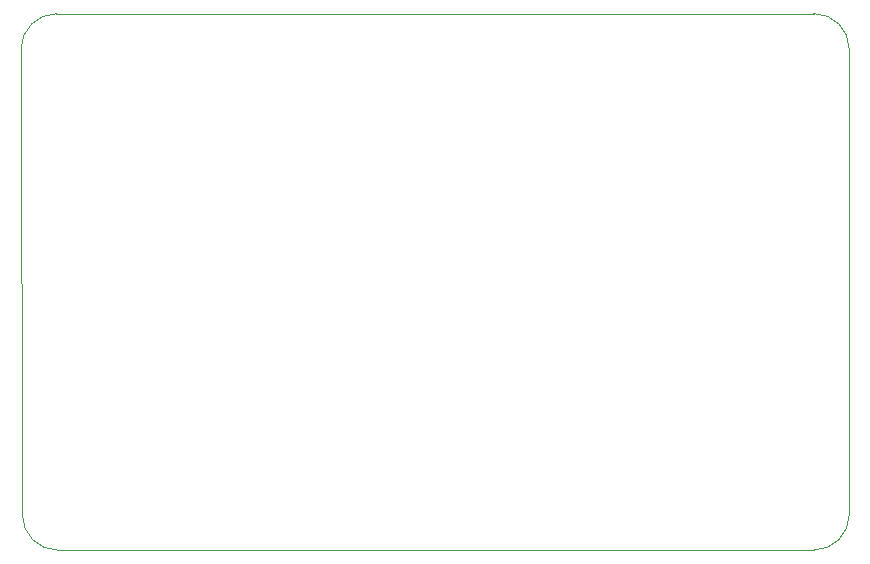
<source format=gbr>
%TF.GenerationSoftware,KiCad,Pcbnew,8.0.5*%
%TF.CreationDate,2024-10-31T19:08:10-07:00*%
%TF.ProjectId,PIG-19,5049472d-3139-42e6-9b69-6361645f7063,rev?*%
%TF.SameCoordinates,Original*%
%TF.FileFunction,Profile,NP*%
%FSLAX46Y46*%
G04 Gerber Fmt 4.6, Leading zero omitted, Abs format (unit mm)*
G04 Created by KiCad (PCBNEW 8.0.5) date 2024-10-31 19:08:10*
%MOMM*%
%LPD*%
G01*
G04 APERTURE LIST*
%TA.AperFunction,Profile*%
%ADD10C,0.050000*%
%TD*%
G04 APERTURE END LIST*
D10*
X127997265Y-100012139D02*
G75*
G02*
X124990868Y-97021199I-6465J2999939D01*
G01*
X191991466Y-100000545D02*
X127997265Y-100012139D01*
X124990955Y-97021199D02*
X124871955Y-57587518D01*
X194999357Y-57569055D02*
X194990909Y-96991479D01*
X194990909Y-96991479D02*
G75*
G02*
X191991466Y-100000523I-3000009J-9021D01*
G01*
X191998463Y-54568412D02*
G75*
G02*
X194999288Y-57569055I937J-2999888D01*
G01*
X127871955Y-54587518D02*
X191998463Y-54568412D01*
X124871955Y-57587518D02*
G75*
G02*
X127871955Y-54587455I3000045J18D01*
G01*
M02*

</source>
